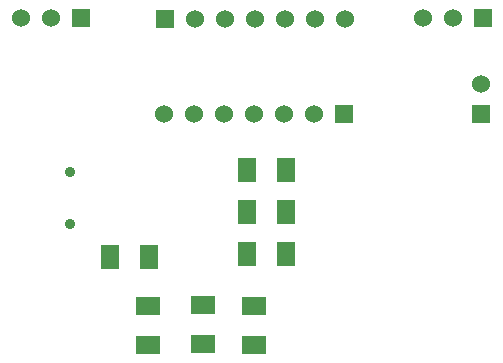
<source format=gbs>
G04 (created by PCBNEW (2013-may-18)-stable) date Mon Sep 19 14:24:48 2016*
%MOIN*%
G04 Gerber Fmt 3.4, Leading zero omitted, Abs format*
%FSLAX34Y34*%
G01*
G70*
G90*
G04 APERTURE LIST*
%ADD10C,0.00590551*%
%ADD11R,0.06X0.08*%
%ADD12R,0.08X0.06*%
%ADD13C,0.0354*%
%ADD14R,0.06X0.06*%
%ADD15C,0.06*%
G04 APERTURE END LIST*
G54D10*
G54D11*
X16535Y-21771D03*
X17835Y-21771D03*
X16535Y-23169D03*
X17835Y-23169D03*
G54D12*
X16771Y-26181D03*
X16771Y-24881D03*
X15059Y-26161D03*
X15059Y-24861D03*
G54D11*
X11968Y-23248D03*
X13268Y-23248D03*
G54D12*
X13228Y-24901D03*
X13228Y-26201D03*
G54D11*
X17835Y-20354D03*
X16535Y-20354D03*
G54D13*
X10649Y-20413D03*
X10649Y-22145D03*
G54D14*
X11000Y-15275D03*
G54D15*
X10000Y-15275D03*
X9000Y-15275D03*
G54D14*
X24385Y-15275D03*
G54D15*
X23385Y-15275D03*
X22385Y-15275D03*
G54D14*
X24350Y-18492D03*
G54D15*
X24350Y-17492D03*
G54D14*
X13799Y-15314D03*
G54D15*
X14799Y-15314D03*
X15799Y-15314D03*
X16799Y-15314D03*
X17799Y-15314D03*
X18799Y-15314D03*
X19799Y-15314D03*
G54D14*
X19763Y-18484D03*
G54D15*
X18763Y-18484D03*
X17763Y-18484D03*
X16763Y-18484D03*
X15763Y-18484D03*
X14763Y-18484D03*
X13763Y-18484D03*
M02*

</source>
